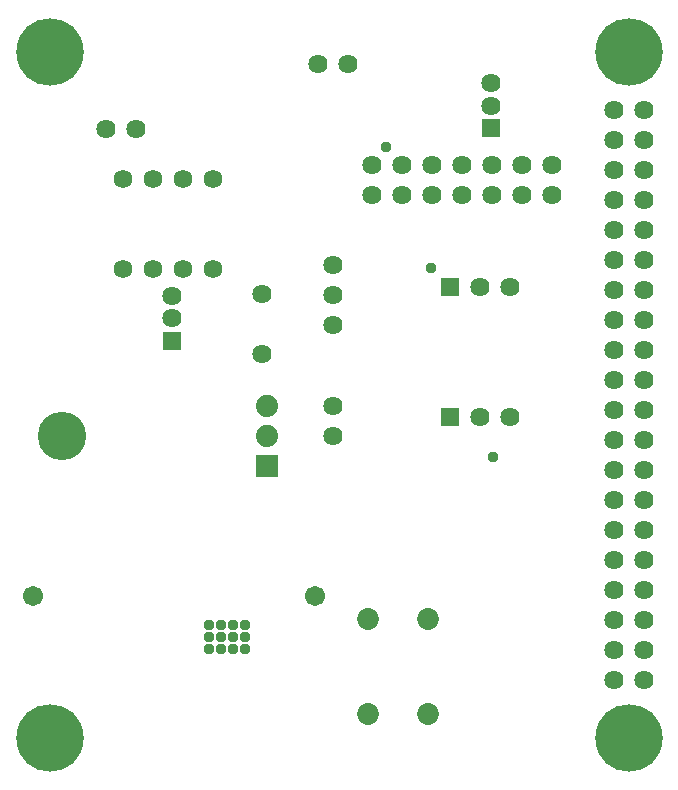
<source format=gbr>
G04 EAGLE Gerber RS-274X export*
G75*
%MOMM*%
%FSLAX34Y34*%
%LPD*%
%INSoldermask Bottom*%
%IPPOS*%
%AMOC8*
5,1,8,0,0,1.08239X$1,22.5*%
G01*
%ADD10C,1.625600*%
%ADD11C,1.703200*%
%ADD12C,1.853200*%
%ADD13R,1.879600X1.879600*%
%ADD14C,1.879600*%
%ADD15C,4.103200*%
%ADD16R,1.625600X1.625600*%
%ADD17C,1.589200*%
%ADD18C,5.703200*%
%ADD19C,0.959600*%


D10*
X512300Y566300D03*
X537700Y566300D03*
X512300Y540900D03*
X537700Y540900D03*
X512300Y515500D03*
X537700Y515500D03*
X512300Y490100D03*
X537700Y490100D03*
X512300Y464700D03*
X537700Y464700D03*
X512300Y439300D03*
X537700Y439300D03*
X512300Y413900D03*
X537700Y413900D03*
X512300Y388500D03*
X537700Y388500D03*
X512300Y363100D03*
X537700Y363100D03*
X512300Y337700D03*
X537700Y337700D03*
X512300Y312300D03*
X537700Y312300D03*
X512300Y286900D03*
X537700Y286900D03*
X512300Y261500D03*
X537700Y261500D03*
X512300Y236100D03*
X537700Y236100D03*
X512300Y210700D03*
X537700Y210700D03*
X512300Y185300D03*
X537700Y185300D03*
X512300Y159900D03*
X537700Y159900D03*
X512300Y134500D03*
X537700Y134500D03*
X512300Y109100D03*
X537700Y109100D03*
X512300Y83700D03*
X537700Y83700D03*
D11*
X20500Y155000D03*
X259500Y155000D03*
D12*
X304600Y55000D03*
X355400Y55000D03*
D13*
X218500Y264600D03*
D14*
X218500Y290000D03*
X218500Y315400D03*
D15*
X45000Y290000D03*
D16*
X374200Y416100D03*
D10*
X399600Y416100D03*
X425000Y416100D03*
X275000Y435400D03*
X275000Y410000D03*
X275000Y384600D03*
X275000Y290000D03*
X275000Y315400D03*
D12*
X355400Y135000D03*
X304600Y135000D03*
D17*
X96900Y431900D03*
X122300Y431900D03*
X147700Y431900D03*
X173100Y431900D03*
X173100Y508100D03*
X147700Y508100D03*
X122300Y508100D03*
X96900Y508100D03*
D16*
X374200Y306100D03*
D10*
X399600Y306100D03*
X425000Y306100D03*
X262300Y605000D03*
X287700Y605000D03*
X460000Y520000D03*
X460000Y494600D03*
X434600Y520000D03*
X434600Y494600D03*
X409200Y520000D03*
X409200Y494600D03*
X383800Y520000D03*
X383800Y494600D03*
X358400Y520000D03*
X358400Y494600D03*
X333000Y520000D03*
X333000Y494600D03*
X307600Y520000D03*
X307600Y494600D03*
X107700Y550000D03*
X82300Y550000D03*
D16*
X408100Y550950D03*
D10*
X408100Y570000D03*
X408100Y589050D03*
D16*
X138100Y370950D03*
D10*
X138100Y390000D03*
X138100Y409050D03*
X215000Y359600D03*
X215000Y410400D03*
D18*
X35000Y615000D03*
X525000Y615000D03*
X525000Y35000D03*
X35000Y35000D03*
D19*
X200000Y130000D03*
X200000Y120000D03*
X200000Y110000D03*
X190000Y130000D03*
X190000Y120000D03*
X190000Y110000D03*
X180000Y110000D03*
X180000Y120000D03*
X180000Y130000D03*
X170000Y130000D03*
X170000Y120000D03*
X170000Y110000D03*
X320000Y535000D03*
X357500Y432500D03*
X410000Y272500D03*
M02*

</source>
